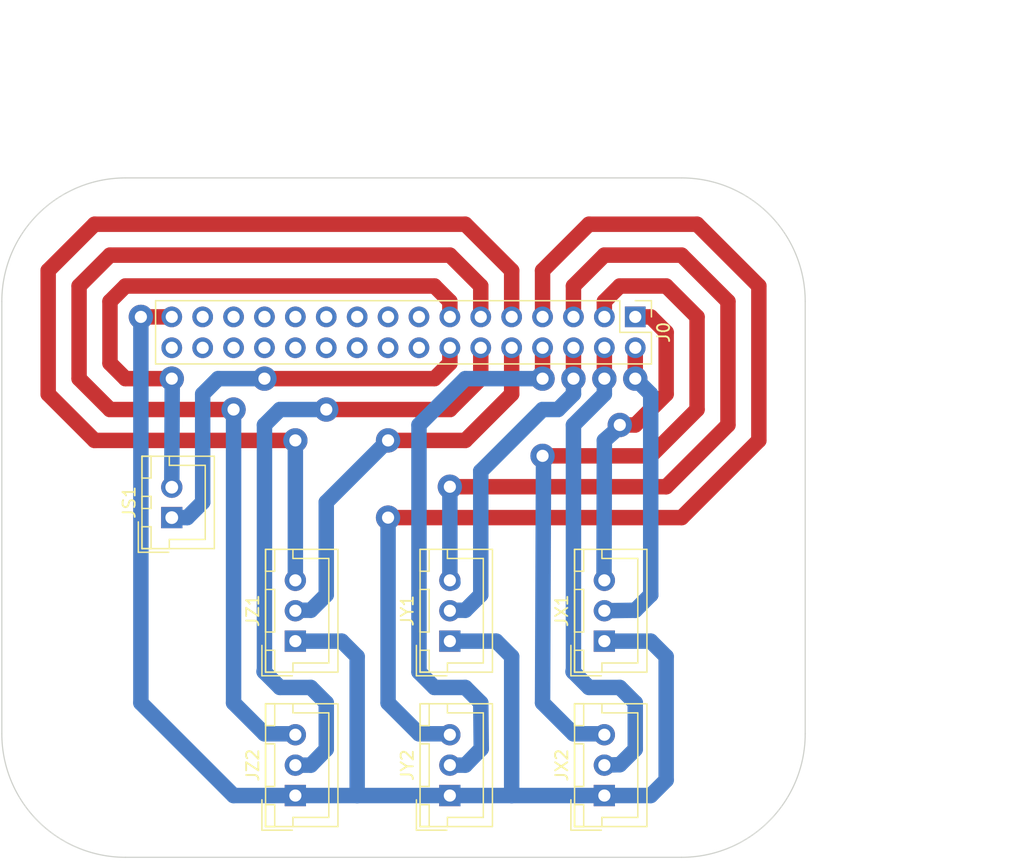
<source format=kicad_pcb>

(kicad_pcb
  (version 4)
  (host pcbnew 4.0.6-e0-6349~52~ubuntu16.10.1)
  (general
    (links 20)
    (no_connects 0)
    (area 124.5 39.21 214.86 111.72)
    (thickness 1.6)
    (drawings 16)
    (tracks 201)
    (zones 0)
    (modules 8)
    (nets 16))
  (page A4)
  (title_block
    (date "jeu. 02 avril 2015"))
  (layers
    (0 F.Cu signal)
    (31 B.Cu signal)
    (32 B.Adhes user)
    (33 F.Adhes user)
    (34 B.Paste user)
    (35 F.Paste user)
    (36 B.SilkS user)
    (37 F.SilkS user)
    (38 B.Mask user)
    (39 F.Mask user)
    (40 Dwgs.User user)
    (41 Cmts.User user)
    (42 Eco1.User user)
    (43 Eco2.User user)
    (44 Edge.Cuts user)
    (45 Margin user)
    (46 B.CrtYd user)
    (47 F.CrtYd user)
    (48 B.Fab user)
    (49 F.Fab user))
  (setup
    (last_trace_width 1.27)
    (trace_clearance 0.4)
    (zone_clearance 0.508)
    (zone_45_only yes)
    (trace_min 0.2)
    (segment_width 0.15)
    (edge_width 0.1)
    (via_size 2)
    (via_drill 1)
    (via_min_size 0.4)
    (via_min_drill 0.3)
    (uvia_size 0.3)
    (uvia_drill 0.1)
    (uvias_allowed no)
    (uvia_min_size 0.2)
    (uvia_min_drill 0.1)
    (pcb_text_width 0.3)
    (pcb_text_size 1.5 1.5)
    (mod_edge_width 0.15)
    (mod_text_size 1 1)
    (mod_text_width 0.15)
    (pad_size 1.5 1.5)
    (pad_drill 0.6)
    (pad_to_mask_clearance 0)
    (aux_axis_origin 160.02 81.28)
    (grid_origin 160.02 81.28)
    (visible_elements FFFFFFFF)
    (pcbplotparams
      (layerselection 0x0f0f0_80000001)
      (usegerberextensions false)
      (excludeedgelayer true)
      (linewidth 0.1)
      (plotframeref false)
      (viasonmask true)
      (mode 1)
      (useauxorigin true)
      (hpglpennumber 1)
      (hpglpenspeed 20)
      (hpglpendiameter 15)
      (hpglpenoverlay 2)
      (psnegative false)
      (psa4output false)
      (plotreference true)
      (plotvalue true)
      (plotinvisibletext false)
      (padsonsilk false)
      (subtractmaskfromsilk false)
      (outputformat 1)
      (mirror false)
      (drillshape 0)
      (scaleselection 1)
      (outputdirectory Gerber/)))
  (net 0 "")
  (net 1 "Net-(J0-Pad1)")
  (net 2 "Net-(J0-Pad2)")
  (net 3 "Net-(J0-Pad3)")
  (net 4 "Net-(J0-Pad4)")
  (net 5 "Net-(J0-Pad5)")
  (net 6 "Net-(J0-Pad6)")
  (net 7 "Net-(J0-Pad7)")
  (net 8 "Net-(J0-Pad8)")
  (net 9 "Net-(J0-Pad9)")
  (net 10 "Net-(J0-Pad10)")
  (net 11 "Net-(J0-Pad11)")
  (net 12 "Net-(J0-Pad12)")
  (net 13 "Net-(J0-Pad13)")
  (net 14 "Net-(J0-Pad14)")
  (net 15 "Net-(J0-Pad31)")
  (net_class Default "This is the default net class."
    (clearance 0.4)
    (trace_width 1.27)
    (via_dia 2)
    (via_drill 1)
    (uvia_dia 0.3)
    (uvia_drill 0.1)
    (add_net "Net-(J0-Pad1)")
    (add_net "Net-(J0-Pad10)")
    (add_net "Net-(J0-Pad11)")
    (add_net "Net-(J0-Pad12)")
    (add_net "Net-(J0-Pad13)")
    (add_net "Net-(J0-Pad14)")
    (add_net "Net-(J0-Pad2)")
    (add_net "Net-(J0-Pad3)")
    (add_net "Net-(J0-Pad31)")
    (add_net "Net-(J0-Pad4)")
    (add_net "Net-(J0-Pad5)")
    (add_net "Net-(J0-Pad6)")
    (add_net "Net-(J0-Pad7)")
    (add_net "Net-(J0-Pad8)")
    (add_net "Net-(J0-Pad9)"))
  (module Connectors_JST:JST_XH_B03B-XH-A_03x2.50mm_Straight
    (layer F.Cu)
    (tedit 58EAE7F0)
    (tstamp 593F1B45)
    (at 163.83 91.44 90)
    (descr "JST XH series connector, B03B-XH-A, top entry type, through hole")
    (tags "connector jst xh tht top vertical 2.50mm")
    (path /593EFC90)
    (fp_text reference JY1
      (at 2.5 -3.5 90)
      (layer F.SilkS)
      (effects
        (font
          (size 1 1)
          (thickness 0.15))))
    (fp_text value CONN_01X03_FEMALE
      (at 2.5 4.5 90)
      (layer F.Fab)
      (effects
        (font
          (size 1 1)
          (thickness 0.15))))
    (fp_text user %R
      (at 2.5 2.5 90)
      (layer F.Fab)
      (effects
        (font
          (size 1 1)
          (thickness 0.15))))
    (fp_line
      (start -2.45 -2.35)
      (end -2.45 3.4)
      (layer F.Fab)
      (width 0.1))
    (fp_line
      (start -2.45 3.4)
      (end 7.45 3.4)
      (layer F.Fab)
      (width 0.1))
    (fp_line
      (start 7.45 3.4)
      (end 7.45 -2.35)
      (layer F.Fab)
      (width 0.1))
    (fp_line
      (start 7.45 -2.35)
      (end -2.45 -2.35)
      (layer F.Fab)
      (width 0.1))
    (fp_line
      (start -2.95 -2.85)
      (end -2.95 3.9)
      (layer F.CrtYd)
      (width 0.05))
    (fp_line
      (start -2.95 3.9)
      (end 7.95 3.9)
      (layer F.CrtYd)
      (width 0.05))
    (fp_line
      (start 7.95 3.9)
      (end 7.95 -2.85)
      (layer F.CrtYd)
      (width 0.05))
    (fp_line
      (start 7.95 -2.85)
      (end -2.95 -2.85)
      (layer F.CrtYd)
      (width 0.05))
    (fp_line
      (start -2.55 -2.45)
      (end -2.55 3.5)
      (layer F.SilkS)
      (width 0.12))
    (fp_line
      (start -2.55 3.5)
      (end 7.55 3.5)
      (layer F.SilkS)
      (width 0.12))
    (fp_line
      (start 7.55 3.5)
      (end 7.55 -2.45)
      (layer F.SilkS)
      (width 0.12))
    (fp_line
      (start 7.55 -2.45)
      (end -2.55 -2.45)
      (layer F.SilkS)
      (width 0.12))
    (fp_line
      (start 0.75 -2.45)
      (end 0.75 -1.7)
      (layer F.SilkS)
      (width 0.12))
    (fp_line
      (start 0.75 -1.7)
      (end 4.25 -1.7)
      (layer F.SilkS)
      (width 0.12))
    (fp_line
      (start 4.25 -1.7)
      (end 4.25 -2.45)
      (layer F.SilkS)
      (width 0.12))
    (fp_line
      (start 4.25 -2.45)
      (end 0.75 -2.45)
      (layer F.SilkS)
      (width 0.12))
    (fp_line
      (start -2.55 -2.45)
      (end -2.55 -1.7)
      (layer F.SilkS)
      (width 0.12))
    (fp_line
      (start -2.55 -1.7)
      (end -0.75 -1.7)
      (layer F.SilkS)
      (width 0.12))
    (fp_line
      (start -0.75 -1.7)
      (end -0.75 -2.45)
      (layer F.SilkS)
      (width 0.12))
    (fp_line
      (start -0.75 -2.45)
      (end -2.55 -2.45)
      (layer F.SilkS)
      (width 0.12))
    (fp_line
      (start 5.75 -2.45)
      (end 5.75 -1.7)
      (layer F.SilkS)
      (width 0.12))
    (fp_line
      (start 5.75 -1.7)
      (end 7.55 -1.7)
      (layer F.SilkS)
      (width 0.12))
    (fp_line
      (start 7.55 -1.7)
      (end 7.55 -2.45)
      (layer F.SilkS)
      (width 0.12))
    (fp_line
      (start 7.55 -2.45)
      (end 5.75 -2.45)
      (layer F.SilkS)
      (width 0.12))
    (fp_line
      (start -2.55 -0.2)
      (end -1.8 -0.2)
      (layer F.SilkS)
      (width 0.12))
    (fp_line
      (start -1.8 -0.2)
      (end -1.8 2.75)
      (layer F.SilkS)
      (width 0.12))
    (fp_line
      (start -1.8 2.75)
      (end 2.5 2.75)
      (layer F.SilkS)
      (width 0.12))
    (fp_line
      (start 7.55 -0.2)
      (end 6.8 -0.2)
      (layer F.SilkS)
      (width 0.12))
    (fp_line
      (start 6.8 -0.2)
      (end 6.8 2.75)
      (layer F.SilkS)
      (width 0.12))
    (fp_line
      (start 6.8 2.75)
      (end 2.5 2.75)
      (layer F.SilkS)
      (width 0.12))
    (fp_line
      (start -0.35 -2.75)
      (end -2.85 -2.75)
      (layer F.SilkS)
      (width 0.12))
    (fp_line
      (start -2.85 -2.75)
      (end -2.85 -0.25)
      (layer F.SilkS)
      (width 0.12))
    (fp_line
      (start -0.35 -2.75)
      (end -2.85 -2.75)
      (layer F.Fab)
      (width 0.1))
    (fp_line
      (start -2.85 -2.75)
      (end -2.85 -0.25)
      (layer F.Fab)
      (width 0.1))
    (pad 1 thru_hole rect
      (at 0 0 90)
      (size 1.75 1.75)
      (drill 1)
      (layers *.Cu *.Mask)
      (net 15 "Net-(J0-Pad31)"))
    (pad 2 thru_hole circle
      (at 2.5 0 90)
      (size 1.75 1.75)
      (drill 1)
      (layers *.Cu *.Mask)
      (net 6 "Net-(J0-Pad6)"))
    (pad 3 thru_hole circle
      (at 5 0 90)
      (size 1.75 1.75)
      (drill 1)
      (layers *.Cu *.Mask)
      (net 5 "Net-(J0-Pad5)"))
    (model Connectors_JST.3dshapes/JST_XH_B03B-XH-A_03x2.50mm_Straight.wrl
      (at
        (xyz 0 0 0))
      (scale
        (xyz 1 1 1))
      (rotate
        (xyz 0 0 0))))
  (module Pin_Headers:Pin_Header_Straight_2x16_Pitch2.54mm
    (layer F.Cu)
    (tedit 58CD4EC6)
    (tstamp 593F1B2A)
    (at 179.07 64.77 270)
    (descr "Through hole straight pin header, 2x16, 2.54mm pitch, double rows")
    (tags "Through hole pin header THT 2x16 2.54mm double row")
    (path /593EF82E)
    (fp_text reference J0
      (at 1.27 -2.33 270)
      (layer F.SilkS)
      (effects
        (font
          (size 1 1)
          (thickness 0.15))))
    (fp_text value CONN_02X16
      (at 1.27 40.43 270)
      (layer F.Fab)
      (effects
        (font
          (size 1 1)
          (thickness 0.15))))
    (fp_text user %R
      (at 1.27 -2.33 270)
      (layer F.Fab)
      (effects
        (font
          (size 1 1)
          (thickness 0.15))))
    (fp_line
      (start -1.27 -1.27)
      (end -1.27 39.37)
      (layer F.Fab)
      (width 0.1))
    (fp_line
      (start -1.27 39.37)
      (end 3.81 39.37)
      (layer F.Fab)
      (width 0.1))
    (fp_line
      (start 3.81 39.37)
      (end 3.81 -1.27)
      (layer F.Fab)
      (width 0.1))
    (fp_line
      (start 3.81 -1.27)
      (end -1.27 -1.27)
      (layer F.Fab)
      (width 0.1))
    (fp_line
      (start -1.33 1.27)
      (end -1.33 39.43)
      (layer F.SilkS)
      (width 0.12))
    (fp_line
      (start -1.33 39.43)
      (end 3.87 39.43)
      (layer F.SilkS)
      (width 0.12))
    (fp_line
      (start 3.87 39.43)
      (end 3.87 -1.33)
      (layer F.SilkS)
      (width 0.12))
    (fp_line
      (start 3.87 -1.33)
      (end 1.27 -1.33)
      (layer F.SilkS)
      (width 0.12))
    (fp_line
      (start 1.27 -1.33)
      (end 1.27 1.27)
      (layer F.SilkS)
      (width 0.12))
    (fp_line
      (start 1.27 1.27)
      (end -1.33 1.27)
      (layer F.SilkS)
      (width 0.12))
    (fp_line
      (start -1.33 0)
      (end -1.33 -1.33)
      (layer F.SilkS)
      (width 0.12))
    (fp_line
      (start -1.33 -1.33)
      (end 0 -1.33)
      (layer F.SilkS)
      (width 0.12))
    (fp_line
      (start -1.8 -1.8)
      (end -1.8 39.9)
      (layer F.CrtYd)
      (width 0.05))
    (fp_line
      (start -1.8 39.9)
      (end 4.35 39.9)
      (layer F.CrtYd)
      (width 0.05))
    (fp_line
      (start 4.35 39.9)
      (end 4.35 -1.8)
      (layer F.CrtYd)
      (width 0.05))
    (fp_line
      (start 4.35 -1.8)
      (end -1.8 -1.8)
      (layer F.CrtYd)
      (width 0.05))
    (pad 1 thru_hole rect
      (at 0 0 270)
      (size 1.7 1.7)
      (drill 1)
      (layers *.Cu *.Mask)
      (net 1 "Net-(J0-Pad1)"))
    (pad 2 thru_hole oval
      (at 2.54 0 270)
      (size 1.7 1.7)
      (drill 1)
      (layers *.Cu *.Mask)
      (net 2 "Net-(J0-Pad2)"))
    (pad 3 thru_hole oval
      (at 0 2.54 270)
      (size 1.7 1.7)
      (drill 1)
      (layers *.Cu *.Mask)
      (net 3 "Net-(J0-Pad3)"))
    (pad 4 thru_hole oval
      (at 2.54 2.54 270)
      (size 1.7 1.7)
      (drill 1)
      (layers *.Cu *.Mask)
      (net 4 "Net-(J0-Pad4)"))
    (pad 5 thru_hole oval
      (at 0 5.08 270)
      (size 1.7 1.7)
      (drill 1)
      (layers *.Cu *.Mask)
      (net 5 "Net-(J0-Pad5)"))
    (pad 6 thru_hole oval
      (at 2.54 5.08 270)
      (size 1.7 1.7)
      (drill 1)
      (layers *.Cu *.Mask)
      (net 6 "Net-(J0-Pad6)"))
    (pad 7 thru_hole oval
      (at 0 7.62 270)
      (size 1.7 1.7)
      (drill 1)
      (layers *.Cu *.Mask)
      (net 7 "Net-(J0-Pad7)"))
    (pad 8 thru_hole oval
      (at 2.54 7.62 270)
      (size 1.7 1.7)
      (drill 1)
      (layers *.Cu *.Mask)
      (net 8 "Net-(J0-Pad8)"))
    (pad 9 thru_hole oval
      (at 0 10.16 270)
      (size 1.7 1.7)
      (drill 1)
      (layers *.Cu *.Mask)
      (net 9 "Net-(J0-Pad9)"))
    (pad 10 thru_hole oval
      (at 2.54 10.16 270)
      (size 1.7 1.7)
      (drill 1)
      (layers *.Cu *.Mask)
      (net 10 "Net-(J0-Pad10)"))
    (pad 11 thru_hole oval
      (at 0 12.7 270)
      (size 1.7 1.7)
      (drill 1)
      (layers *.Cu *.Mask)
      (net 11 "Net-(J0-Pad11)"))
    (pad 12 thru_hole oval
      (at 2.54 12.7 270)
      (size 1.7 1.7)
      (drill 1)
      (layers *.Cu *.Mask)
      (net 12 "Net-(J0-Pad12)"))
    (pad 13 thru_hole oval
      (at 0 15.24 270)
      (size 1.7 1.7)
      (drill 1)
      (layers *.Cu *.Mask)
      (net 13 "Net-(J0-Pad13)"))
    (pad 14 thru_hole oval
      (at 2.54 15.24 270)
      (size 1.7 1.7)
      (drill 1)
      (layers *.Cu *.Mask)
      (net 14 "Net-(J0-Pad14)"))
    (pad 15 thru_hole oval
      (at 0 17.78 270)
      (size 1.7 1.7)
      (drill 1)
      (layers *.Cu *.Mask))
    (pad 16 thru_hole oval
      (at 2.54 17.78 270)
      (size 1.7 1.7)
      (drill 1)
      (layers *.Cu *.Mask))
    (pad 17 thru_hole oval
      (at 0 20.32 270)
      (size 1.7 1.7)
      (drill 1)
      (layers *.Cu *.Mask))
    (pad 18 thru_hole oval
      (at 2.54 20.32 270)
      (size 1.7 1.7)
      (drill 1)
      (layers *.Cu *.Mask))
    (pad 19 thru_hole oval
      (at 0 22.86 270)
      (size 1.7 1.7)
      (drill 1)
      (layers *.Cu *.Mask))
    (pad 20 thru_hole oval
      (at 2.54 22.86 270)
      (size 1.7 1.7)
      (drill 1)
      (layers *.Cu *.Mask))
    (pad 21 thru_hole oval
      (at 0 25.4 270)
      (size 1.7 1.7)
      (drill 1)
      (layers *.Cu *.Mask))
    (pad 22 thru_hole oval
      (at 2.54 25.4 270)
      (size 1.7 1.7)
      (drill 1)
      (layers *.Cu *.Mask))
    (pad 23 thru_hole oval
      (at 0 27.94 270)
      (size 1.7 1.7)
      (drill 1)
      (layers *.Cu *.Mask))
    (pad 24 thru_hole oval
      (at 2.54 27.94 270)
      (size 1.7 1.7)
      (drill 1)
      (layers *.Cu *.Mask))
    (pad 25 thru_hole oval
      (at 0 30.48 270)
      (size 1.7 1.7)
      (drill 1)
      (layers *.Cu *.Mask))
    (pad 26 thru_hole oval
      (at 2.54 30.48 270)
      (size 1.7 1.7)
      (drill 1)
      (layers *.Cu *.Mask))
    (pad 27 thru_hole oval
      (at 0 33.02 270)
      (size 1.7 1.7)
      (drill 1)
      (layers *.Cu *.Mask))
    (pad 28 thru_hole oval
      (at 2.54 33.02 270)
      (size 1.7 1.7)
      (drill 1)
      (layers *.Cu *.Mask))
    (pad 29 thru_hole oval
      (at 0 35.56 270)
      (size 1.7 1.7)
      (drill 1)
      (layers *.Cu *.Mask))
    (pad 30 thru_hole oval
      (at 2.54 35.56 270)
      (size 1.7 1.7)
      (drill 1)
      (layers *.Cu *.Mask))
    (pad 31 thru_hole oval
      (at 0 38.1 270)
      (size 1.7 1.7)
      (drill 1)
      (layers *.Cu *.Mask)
      (net 15 "Net-(J0-Pad31)"))
    (pad 32 thru_hole oval
      (at 2.54 38.1 270)
      (size 1.7 1.7)
      (drill 1)
      (layers *.Cu *.Mask))
    (model ${KISYS3DMOD}/Pin_Headers.3dshapes/Pin_Header_Straight_2x16_Pitch2.54mm.wrl
      (at
        (xyz 0.05 -0.75 0))
      (scale
        (xyz 1 1 1))
      (rotate
        (xyz 0 0 90))))
  (module Connectors_JST:JST_XH_B02B-XH-A_02x2.50mm_Straight
    (layer F.Cu)
    (tedit 5957F0CC)
    (tstamp 593F1B30)
    (at 140.97 81.28 90)
    (descr "JST XH series connector, B02B-XH-A, top entry type, through hole")
    (tags "connector jst xh tht top vertical 2.50mm")
    (path /593EFBD8)
    (fp_text reference JS1
      (at 1.25 -3.5 90)
      (layer F.SilkS)
      (effects
        (font
          (size 1 1)
          (thickness 0.15))))
    (fp_text value CONN_01X02_FEMALE
      (at 1.25 4.5 180)
      (layer F.Fab)
      (effects
        (font
          (size 1 1)
          (thickness 0.15))))
    (fp_text user %R
      (at 1.25 2.5 90)
      (layer F.Fab)
      (effects
        (font
          (size 1 1)
          (thickness 0.15))))
    (fp_line
      (start -2.45 -2.35)
      (end -2.45 3.4)
      (layer F.Fab)
      (width 0.1))
    (fp_line
      (start -2.45 3.4)
      (end 4.95 3.4)
      (layer F.Fab)
      (width 0.1))
    (fp_line
      (start 4.95 3.4)
      (end 4.95 -2.35)
      (layer F.Fab)
      (width 0.1))
    (fp_line
      (start 4.95 -2.35)
      (end -2.45 -2.35)
      (layer F.Fab)
      (width 0.1))
    (fp_line
      (start -2.95 -2.85)
      (end -2.95 3.9)
      (layer F.CrtYd)
      (width 0.05))
    (fp_line
      (start -2.95 3.9)
      (end 5.45 3.9)
      (layer F.CrtYd)
      (width 0.05))
    (fp_line
      (start 5.45 3.9)
      (end 5.45 -2.85)
      (layer F.CrtYd)
      (width 0.05))
    (fp_line
      (start 5.45 -2.85)
      (end -2.95 -2.85)
      (layer F.CrtYd)
      (width 0.05))
    (fp_line
      (start -2.55 -2.45)
      (end -2.55 3.5)
      (layer F.SilkS)
      (width 0.12))
    (fp_line
      (start -2.55 3.5)
      (end 5.05 3.5)
      (layer F.SilkS)
      (width 0.12))
    (fp_line
      (start 5.05 3.5)
      (end 5.05 -2.45)
      (layer F.SilkS)
      (width 0.12))
    (fp_line
      (start 5.05 -2.45)
      (end -2.55 -2.45)
      (layer F.SilkS)
      (width 0.12))
    (fp_line
      (start 0.75 -2.45)
      (end 0.75 -1.7)
      (layer F.SilkS)
      (width 0.12))
    (fp_line
      (start 0.75 -1.7)
      (end 1.75 -1.7)
      (layer F.SilkS)
      (width 0.12))
    (fp_line
      (start 1.75 -1.7)
      (end 1.75 -2.45)
      (layer F.SilkS)
      (width 0.12))
    (fp_line
      (start 1.75 -2.45)
      (end 0.75 -2.45)
      (layer F.SilkS)
      (width 0.12))
    (fp_line
      (start -2.55 -2.45)
      (end -2.55 -1.7)
      (layer F.SilkS)
      (width 0.12))
    (fp_line
      (start -2.55 -1.7)
      (end -0.75 -1.7)
      (layer F.SilkS)
      (width 0.12))
    (fp_line
      (start -0.75 -1.7)
      (end -0.75 -2.45)
      (layer F.SilkS)
      (width 0.12))
    (fp_line
      (start -0.75 -2.45)
      (end -2.55 -2.45)
      (layer F.SilkS)
      (width 0.12))
    (fp_line
      (start 3.25 -2.45)
      (end 3.25 -1.7)
      (layer F.SilkS)
      (width 0.12))
    (fp_line
      (start 3.25 -1.7)
      (end 5.05 -1.7)
      (layer F.SilkS)
      (width 0.12))
    (fp_line
      (start 5.05 -1.7)
      (end 5.05 -2.45)
      (layer F.SilkS)
      (width 0.12))
    (fp_line
      (start 5.05 -2.45)
      (end 3.25 -2.45)
      (layer F.SilkS)
      (width 0.12))
    (fp_line
      (start -2.55 -0.2)
      (end -1.8 -0.2)
      (layer F.SilkS)
      (width 0.12))
    (fp_line
      (start -1.8 -0.2)
      (end -1.8 2.75)
      (layer F.SilkS)
      (width 0.12))
    (fp_line
      (start -1.8 2.75)
      (end 1.25 2.75)
      (layer F.SilkS)
      (width 0.12))
    (fp_line
      (start 5.05 -0.2)
      (end 4.3 -0.2)
      (layer F.SilkS)
      (width 0.12))
    (fp_line
      (start 4.3 -0.2)
      (end 4.3 2.75)
      (layer F.SilkS)
      (width 0.12))
    (fp_line
      (start 4.3 2.75)
      (end 1.25 2.75)
      (layer F.SilkS)
      (width 0.12))
    (fp_line
      (start -0.35 -2.75)
      (end -2.85 -2.75)
      (layer F.SilkS)
      (width 0.12))
    (fp_line
      (start -2.85 -2.75)
      (end -2.85 -0.25)
      (layer F.SilkS)
      (width 0.12))
    (fp_line
      (start -0.35 -2.75)
      (end -2.85 -2.75)
      (layer F.Fab)
      (width 0.1))
    (fp_line
      (start -2.85 -2.75)
      (end -2.85 -0.25)
      (layer F.Fab)
      (width 0.1))
    (pad 1 thru_hole rect
      (at 0 0 90)
      (size 1.75 1.75)
      (drill 1.05)
      (layers *.Cu *.Mask)
      (net 14 "Net-(J0-Pad14)"))
    (pad 2 thru_hole circle
      (at 2.5 0 90)
      (size 1.75 1.75)
      (drill 1.05)
      (layers *.Cu *.Mask)
      (net 13 "Net-(J0-Pad13)"))
    (model Connectors_JST.3dshapes/JST_XH_B02B-XH-A_02x2.50mm_Straight.wrl
      (at
        (xyz 0 0 0))
      (scale
        (xyz 1 1 1))
      (rotate
        (xyz 0 0 0))))
  (module Connectors_JST:JST_XH_B03B-XH-A_03x2.50mm_Straight
    (layer F.Cu)
    (tedit 5959850000.0)
    (tstamp 593F1B37)
    (at 176.53 91.44 90)
    (descr "JST XH series connector, B03B-XH-A, top entry type, through hole")
    (tags "connector jst xh tht top vertical 2.50mm")
    (path /593EFD18)
    (fp_text reference JX1
      (at 2.5 -3.5 90)
      (layer F.SilkS)
      (effects
        (font
          (size 1 1)
          (thickness 0.15))))
    (fp_text value CONN_01X03_FEMALE
      (at 2.5 4.5 90)
      (layer F.Fab)
      (effects
        (font
          (size 1 1)
          (thickness 0.15))))
    (fp_text user %R
      (at 2.5 2.5 180)
      (layer F.Fab)
      (effects
        (font
          (size 1 1)
          (thickness 0.15))))
    (fp_line
      (start -2.45 -2.35)
      (end -2.45 3.4)
      (layer F.Fab)
      (width 0.1))
    (fp_line
      (start -2.45 3.4)
      (end 7.45 3.4)
      (layer F.Fab)
      (width 0.1))
    (fp_line
      (start 7.45 3.4)
      (end 7.45 -2.35)
      (layer F.Fab)
      (width 0.1))
    (fp_line
      (start 7.45 -2.35)
      (end -2.45 -2.35)
      (layer F.Fab)
      (width 0.1))
    (fp_line
      (start -2.95 -2.85)
      (end -2.95 3.9)
      (layer F.CrtYd)
      (width 0.05))
    (fp_line
      (start -2.95 3.9)
      (end 7.95 3.9)
      (layer F.CrtYd)
      (width 0.05))
    (fp_line
      (start 7.95 3.9)
      (end 7.95 -2.85)
      (layer F.CrtYd)
      (width 0.05))
    (fp_line
      (start 7.95 -2.85)
      (end -2.95 -2.85)
      (layer F.CrtYd)
      (width 0.05))
    (fp_line
      (start -2.55 -2.45)
      (end -2.55 3.5)
      (layer F.SilkS)
      (width 0.12))
    (fp_line
      (start -2.55 3.5)
      (end 7.55 3.5)
      (layer F.SilkS)
      (width 0.12))
    (fp_line
      (start 7.55 3.5)
      (end 7.55 -2.45)
      (layer F.SilkS)
      (width 0.12))
    (fp_line
      (start 7.55 -2.45)
      (end -2.55 -2.45)
      (layer F.SilkS)
      (width 0.12))
    (fp_line
      (start 0.75 -2.45)
      (end 0.75 -1.7)
      (layer F.SilkS)
      (width 0.12))
    (fp_line
      (start 0.75 -1.7)
      (end 4.25 -1.7)
      (layer F.SilkS)
      (width 0.12))
    (fp_line
      (start 4.25 -1.7)
      (end 4.25 -2.45)
      (layer F.SilkS)
      (width 0.12))
    (fp_line
      (start 4.25 -2.45)
      (end 0.75 -2.45)
      (layer F.SilkS)
      (width 0.12))
    (fp_line
      (start -2.55 -2.45)
      (end -2.55 -1.7)
      (layer F.SilkS)
      (width 0.12))
    (fp_line
      (start -2.55 -1.7)
      (end -0.75 -1.7)
      (layer F.SilkS)
      (width 0.12))
    (fp_line
      (start -0.75 -1.7)
      (end -0.75 -2.45)
      (layer F.SilkS)
      (width 0.12))
    (fp_line
      (start -0.75 -2.45)
      (end -2.55 -2.45)
      (layer F.SilkS)
      (width 0.12))
    (fp_line
      (start 5.75 -2.45)
      (end 5.75 -1.7)
      (layer F.SilkS)
      (width 0.12))
    (fp_line
      (start 5.75 -1.7)
      (end 7.55 -1.7)
      (layer F.SilkS)
      (width 0.12))
    (fp_line
      (start 7.55 -1.7)
      (end 7.55 -2.45)
      (layer F.SilkS)
      (width 0.12))
    (fp_line
      (start 7.55 -2.45)
      (end 5.75 -2.45)
      (layer F.SilkS)
      (width 0.12))
    (fp_line
      (start -2.55 -0.2)
      (end -1.8 -0.2)
      (layer F.SilkS)
      (width 0.12))
    (fp_line
      (start -1.8 -0.2)
      (end -1.8 2.75)
      (layer F.SilkS)
      (width 0.12))
    (fp_line
      (start -1.8 2.75)
      (end 2.5 2.75)
      (layer F.SilkS)
      (width 0.12))
    (fp_line
      (start 7.55 -0.2)
      (end 6.8 -0.2)
      (layer F.SilkS)
      (width 0.12))
    (fp_line
      (start 6.8 -0.2)
      (end 6.8 2.75)
      (layer F.SilkS)
      (width 0.12))
    (fp_line
      (start 6.8 2.75)
      (end 2.5 2.75)
      (layer F.SilkS)
      (width 0.12))
    (fp_line
      (start -0.35 -2.75)
      (end -2.85 -2.75)
      (layer F.SilkS)
      (width 0.12))
    (fp_line
      (start -2.85 -2.75)
      (end -2.85 -0.25)
      (layer F.SilkS)
      (width 0.12))
    (fp_line
      (start -0.35 -2.75)
      (end -2.85 -2.75)
      (layer F.Fab)
      (width 0.1))
    (fp_line
      (start -2.85 -2.75)
      (end -2.85 -0.25)
      (layer F.Fab)
      (width 0.1))
    (pad 1 thru_hole rect
      (at 0 0 90)
      (size 1.75 1.75)
      (drill 1)
      (layers *.Cu *.Mask)
      (net 15 "Net-(J0-Pad31)"))
    (pad 2 thru_hole circle
      (at 2.5 0 90)
      (size 1.75 1.75)
      (drill 1)
      (layers *.Cu *.Mask)
      (net 2 "Net-(J0-Pad2)"))
    (pad 3 thru_hole circle
      (at 5 0 90)
      (size 1.75 1.75)
      (drill 1)
      (layers *.Cu *.Mask)
      (net 1 "Net-(J0-Pad1)"))
    (model Connectors_JST.3dshapes/JST_XH_B03B-XH-A_03x2.50mm_Straight.wrl
      (at
        (xyz 0 0 0))
      (scale
        (xyz 1 1 1))
      (rotate
        (xyz 0 0 0))))
  (module Connectors_JST:JST_XH_B03B-XH-A_03x2.50mm_Straight
    (layer F.Cu)
    (tedit 58EAE7F0)
    (tstamp 593F1B3E)
    (at 176.53 104.14 90)
    (descr "JST XH series connector, B03B-XH-A, top entry type, through hole")
    (tags "connector jst xh tht top vertical 2.50mm")
    (path /593EFCF5)
    (fp_text reference JX2
      (at 2.5 -3.5 90)
      (layer F.SilkS)
      (effects
        (font
          (size 1 1)
          (thickness 0.15))))
    (fp_text value CONN_01X03_FEMALE
      (at 2.5 4.5 90)
      (layer F.Fab)
      (effects
        (font
          (size 1 1)
          (thickness 0.15))))
    (fp_text user %R
      (at 2.5 2.5 90)
      (layer F.Fab)
      (effects
        (font
          (size 1 1)
          (thickness 0.15))))
    (fp_line
      (start -2.45 -2.35)
      (end -2.45 3.4)
      (layer F.Fab)
      (width 0.1))
    (fp_line
      (start -2.45 3.4)
      (end 7.45 3.4)
      (layer F.Fab)
      (width 0.1))
    (fp_line
      (start 7.45 3.4)
      (end 7.45 -2.35)
      (layer F.Fab)
      (width 0.1))
    (fp_line
      (start 7.45 -2.35)
      (end -2.45 -2.35)
      (layer F.Fab)
      (width 0.1))
    (fp_line
      (start -2.95 -2.85)
      (end -2.95 3.9)
      (layer F.CrtYd)
      (width 0.05))
    (fp_line
      (start -2.95 3.9)
      (end 7.95 3.9)
      (layer F.CrtYd)
      (width 0.05))
    (fp_line
      (start 7.95 3.9)
      (end 7.95 -2.85)
      (layer F.CrtYd)
      (width 0.05))
    (fp_line
      (start 7.95 -2.85)
      (end -2.95 -2.85)
      (layer F.CrtYd)
      (width 0.05))
    (fp_line
      (start -2.55 -2.45)
      (end -2.55 3.5)
      (layer F.SilkS)
      (width 0.12))
    (fp_line
      (start -2.55 3.5)
      (end 7.55 3.5)
      (layer F.SilkS)
      (width 0.12))
    (fp_line
      (start 7.55 3.5)
      (end 7.55 -2.45)
      (layer F.SilkS)
      (width 0.12))
    (fp_line
      (start 7.55 -2.45)
      (end -2.55 -2.45)
      (layer F.SilkS)
      (width 0.12))
    (fp_line
      (start 0.75 -2.45)
      (end 0.75 -1.7)
      (layer F.SilkS)
      (width 0.12))
    (fp_line
      (start 0.75 -1.7)
      (end 4.25 -1.7)
      (layer F.SilkS)
      (width 0.12))
    (fp_line
      (start 4.25 -1.7)
      (end 4.25 -2.45)
      (layer F.SilkS)
      (width 0.12))
    (fp_line
      (start 4.25 -2.45)
      (end 0.75 -2.45)
      (layer F.SilkS)
      (width 0.12))
    (fp_line
      (start -2.55 -2.45)
      (end -2.55 -1.7)
      (layer F.SilkS)
      (width 0.12))
    (fp_line
      (start -2.55 -1.7)
      (end -0.75 -1.7)
      (layer F.SilkS)
      (width 0.12))
    (fp_line
      (start -0.75 -1.7)
      (end -0.75 -2.45)
      (layer F.SilkS)
      (width 0.12))
    (fp_line
      (start -0.75 -2.45)
      (end -2.55 -2.45)
      (layer F.SilkS)
      (width 0.12))
    (fp_line
      (start 5.75 -2.45)
      (end 5.75 -1.7)
      (layer F.SilkS)
      (width 0.12))
    (fp_line
      (start 5.75 -1.7)
      (end 7.55 -1.7)
      (layer F.SilkS)
      (width 0.12))
    (fp_line
      (start 7.55 -1.7)
      (end 7.55 -2.45)
      (layer F.SilkS)
      (width 0.12))
    (fp_line
      (start 7.55 -2.45)
      (end 5.75 -2.45)
      (layer F.SilkS)
      (width 0.12))
    (fp_line
      (start -2.55 -0.2)
      (end -1.8 -0.2)
      (layer F.SilkS)
      (width 0.12))
    (fp_line
      (start -1.8 -0.2)
      (end -1.8 2.75)
      (layer F.SilkS)
      (width 0.12))
    (fp_line
      (start -1.8 2.75)
      (end 2.5 2.75)
      (layer F.SilkS)
      (width 0.12))
    (fp_line
      (start 7.55 -0.2)
      (end 6.8 -0.2)
      (layer F.SilkS)
      (width 0.12))
    (fp_line
      (start 6.8 -0.2)
      (end 6.8 2.75)
      (layer F.SilkS)
      (width 0.12))
    (fp_line
      (start 6.8 2.75)
      (end 2.5 2.75)
      (layer F.SilkS)
      (width 0.12))
    (fp_line
      (start -0.35 -2.75)
      (end -2.85 -2.75)
      (layer F.SilkS)
      (width 0.12))
    (fp_line
      (start -2.85 -2.75)
      (end -2.85 -0.25)
      (layer F.SilkS)
      (width 0.12))
    (fp_line
      (start -0.35 -2.75)
      (end -2.85 -2.75)
      (layer F.Fab)
      (width 0.1))
    (fp_line
      (start -2.85 -2.75)
      (end -2.85 -0.25)
      (layer F.Fab)
      (width 0.1))
    (pad 1 thru_hole rect
      (at 0 0 90)
      (size 1.75 1.75)
      (drill 1)
      (layers *.Cu *.Mask)
      (net 15 "Net-(J0-Pad31)"))
    (pad 2 thru_hole circle
      (at 2.5 0 90)
      (size 1.75 1.75)
      (drill 1)
      (layers *.Cu *.Mask)
      (net 4 "Net-(J0-Pad4)"))
    (pad 3 thru_hole circle
      (at 5 0 90)
      (size 1.75 1.75)
      (drill 1)
      (layers *.Cu *.Mask)
      (net 3 "Net-(J0-Pad3)"))
    (model Connectors_JST.3dshapes/JST_XH_B03B-XH-A_03x2.50mm_Straight.wrl
      (at
        (xyz 0 0 0))
      (scale
        (xyz 1 1 1))
      (rotate
        (xyz 0 0 0))))
  (module Connectors_JST:JST_XH_B03B-XH-A_03x2.50mm_Straight
    (layer F.Cu)
    (tedit 58EAE7F0)
    (tstamp 593F1B4C)
    (at 163.83 104.14 90)
    (descr "JST XH series connector, B03B-XH-A, top entry type, through hole")
    (tags "connector jst xh tht top vertical 2.50mm")
    (path /593EFA99)
    (fp_text reference JY2
      (at 2.5 -3.5 90)
      (layer F.SilkS)
      (effects
        (font
          (size 1 1)
          (thickness 0.15))))
    (fp_text value CONN_01X03_FEMALE
      (at 2.5 4.5 90)
      (layer F.Fab)
      (effects
        (font
          (size 1 1)
          (thickness 0.15))))
    (fp_text user %R
      (at 2.5 2.5 90)
      (layer F.Fab)
      (effects
        (font
          (size 1 1)
          (thickness 0.15))))
    (fp_line
      (start -2.45 -2.35)
      (end -2.45 3.4)
      (layer F.Fab)
      (width 0.1))
    (fp_line
      (start -2.45 3.4)
      (end 7.45 3.4)
      (layer F.Fab)
      (width 0.1))
    (fp_line
      (start 7.45 3.4)
      (end 7.45 -2.35)
      (layer F.Fab)
      (width 0.1))
    (fp_line
      (start 7.45 -2.35)
      (end -2.45 -2.35)
      (layer F.Fab)
      (width 0.1))
    (fp_line
      (start -2.95 -2.85)
      (end -2.95 3.9)
      (layer F.CrtYd)
      (width 0.05))
    (fp_line
      (start -2.95 3.9)
      (end 7.95 3.9)
      (layer F.CrtYd)
      (width 0.05))
    (fp_line
      (start 7.95 3.9)
      (end 7.95 -2.85)
      (layer F.CrtYd)
      (width 0.05))
    (fp_line
      (start 7.95 -2.85)
      (end -2.95 -2.85)
      (layer F.CrtYd)
      (width 0.05))
    (fp_line
      (start -2.55 -2.45)
      (end -2.55 3.5)
      (layer F.SilkS)
      (width 0.12))
    (fp_line
      (start -2.55 3.5)
      (end 7.55 3.5)
      (layer F.SilkS)
      (width 0.12))
    (fp_line
      (start 7.55 3.5)
      (end 7.55 -2.45)
      (layer F.SilkS)
      (width 0.12))
    (fp_line
      (start 7.55 -2.45)
      (end -2.55 -2.45)
      (layer F.SilkS)
      (width 0.12))
    (fp_line
      (start 0.75 -2.45)
      (end 0.75 -1.7)
      (layer F.SilkS)
      (width 0.12))
    (fp_line
      (start 0.75 -1.7)
      (end 4.25 -1.7)
      (layer F.SilkS)
      (width 0.12))
    (fp_line
      (start 4.25 -1.7)
      (end 4.25 -2.45)
      (layer F.SilkS)
      (width 0.12))
    (fp_line
      (start 4.25 -2.45)
      (end 0.75 -2.45)
      (layer F.SilkS)
      (width 0.12))
    (fp_line
      (start -2.55 -2.45)
      (end -2.55 -1.7)
      (layer F.SilkS)
      (width 0.12))
    (fp_line
      (start -2.55 -1.7)
      (end -0.75 -1.7)
      (layer F.SilkS)
      (width 0.12))
    (fp_line
      (start -0.75 -1.7)
      (end -0.75 -2.45)
      (layer F.SilkS)
      (width 0.12))
    (fp_line
      (start -0.75 -2.45)
      (end -2.55 -2.45)
      (layer F.SilkS)
      (width 0.12))
    (fp_line
      (start 5.75 -2.45)
      (end 5.75 -1.7)
      (layer F.SilkS)
      (width 0.12))
    (fp_line
      (start 5.75 -1.7)
      (end 7.55 -1.7)
      (layer F.SilkS)
      (width 0.12))
    (fp_line
      (start 7.55 -1.7)
      (end 7.55 -2.45)
      (layer F.SilkS)
      (width 0.12))
    (fp_line
      (start 7.55 -2.45)
      (end 5.75 -2.45)
      (layer F.SilkS)
      (width 0.12))
    (fp_line
      (start -2.55 -0.2)
      (end -1.8 -0.2)
      (layer F.SilkS)
      (width 0.12))
    (fp_line
      (start -1.8 -0.2)
      (end -1.8 2.75)
      (layer F.SilkS)
      (width 0.12))
    (fp_line
      (start -1.8 2.75)
      (end 2.5 2.75)
      (layer F.SilkS)
      (width 0.12))
    (fp_line
      (start 7.55 -0.2)
      (end 6.8 -0.2)
      (layer F.SilkS)
      (width 0.12))
    (fp_line
      (start 6.8 -0.2)
      (end 6.8 2.75)
      (layer F.SilkS)
      (width 0.12))
    (fp_line
      (start 6.8 2.75)
      (end 2.5 2.75)
      (layer F.SilkS)
      (width 0.12))
    (fp_line
      (start -0.35 -2.75)
      (end -2.85 -2.75)
      (layer F.SilkS)
      (width 0.12))
    (fp_line
      (start -2.85 -2.75)
      (end -2.85 -0.25)
      (layer F.SilkS)
      (width 0.12))
    (fp_line
      (start -0.35 -2.75)
      (end -2.85 -2.75)
      (layer F.Fab)
      (width 0.1))
    (fp_line
      (start -2.85 -2.75)
      (end -2.85 -0.25)
      (layer F.Fab)
      (width 0.1))
    (pad 1 thru_hole rect
      (at 0 0 90)
      (size 1.75 1.75)
      (drill 1)
      (layers *.Cu *.Mask)
      (net 15 "Net-(J0-Pad31)"))
    (pad 2 thru_hole circle
      (at 2.5 0 90)
      (size 1.75 1.75)
      (drill 1)
      (layers *.Cu *.Mask)
      (net 8 "Net-(J0-Pad8)"))
    (pad 3 thru_hole circle
      (at 5 0 90)
      (size 1.75 1.75)
      (drill 1)
      (layers *.Cu *.Mask)
      (net 7 "Net-(J0-Pad7)"))
    (model Connectors_JST.3dshapes/JST_XH_B03B-XH-A_03x2.50mm_Straight.wrl
      (at
        (xyz 0 0 0))
      (scale
        (xyz 1 1 1))
      (rotate
        (xyz 0 0 0))))
  (module Connectors_JST:JST_XH_B03B-XH-A_03x2.50mm_Straight
    (layer F.Cu)
    (tedit 58EAE7F0)
    (tstamp 593F1B53)
    (at 151.13 91.44 90)
    (descr "JST XH series connector, B03B-XH-A, top entry type, through hole")
    (tags "connector jst xh tht top vertical 2.50mm")
    (path /593EFB72)
    (fp_text reference JZ1
      (at 2.5 -3.5 90)
      (layer F.SilkS)
      (effects
        (font
          (size 1 1)
          (thickness 0.15))))
    (fp_text value CONN_01X03_FEMALE
      (at 2.5 4.5 90)
      (layer F.Fab)
      (effects
        (font
          (size 1 1)
          (thickness 0.15))))
    (fp_text user %R
      (at 2.5 2.5 90)
      (layer F.Fab)
      (effects
        (font
          (size 1 1)
          (thickness 0.15))))
    (fp_line
      (start -2.45 -2.35)
      (end -2.45 3.4)
      (layer F.Fab)
      (width 0.1))
    (fp_line
      (start -2.45 3.4)
      (end 7.45 3.4)
      (layer F.Fab)
      (width 0.1))
    (fp_line
      (start 7.45 3.4)
      (end 7.45 -2.35)
      (layer F.Fab)
      (width 0.1))
    (fp_line
      (start 7.45 -2.35)
      (end -2.45 -2.35)
      (layer F.Fab)
      (width 0.1))
    (fp_line
      (start -2.95 -2.85)
      (end -2.95 3.9)
      (layer F.CrtYd)
      (width 0.05))
    (fp_line
      (start -2.95 3.9)
      (end 7.95 3.9)
      (layer F.CrtYd)
      (width 0.05))
    (fp_line
      (start 7.95 3.9)
      (end 7.95 -2.85)
      (layer F.CrtYd)
      (width 0.05))
    (fp_line
      (start 7.95 -2.85)
      (end -2.95 -2.85)
      (layer F.CrtYd)
      (width 0.05))
    (fp_line
      (start -2.55 -2.45)
      (end -2.55 3.5)
      (layer F.SilkS)
      (width 0.12))
    (fp_line
      (start -2.55 3.5)
      (end 7.55 3.5)
      (layer F.SilkS)
      (width 0.12))
    (fp_line
      (start 7.55 3.5)
      (end 7.55 -2.45)
      (layer F.SilkS)
      (width 0.12))
    (fp_line
      (start 7.55 -2.45)
      (end -2.55 -2.45)
      (layer F.SilkS)
      (width 0.12))
    (fp_line
      (start 0.75 -2.45)
      (end 0.75 -1.7)
      (layer F.SilkS)
      (width 0.12))
    (fp_line
      (start 0.75 -1.7)
      (end 4.25 -1.7)
      (layer F.SilkS)
      (width 0.12))
    (fp_line
      (start 4.25 -1.7)
      (end 4.25 -2.45)
      (layer F.SilkS)
      (width 0.12))
    (fp_line
      (start 4.25 -2.45)
      (end 0.75 -2.45)
      (layer F.SilkS)
      (width 0.12))
    (fp_line
      (start -2.55 -2.45)
      (end -2.55 -1.7)
      (layer F.SilkS)
      (width 0.12))
    (fp_line
      (start -2.55 -1.7)
      (end -0.75 -1.7)
      (layer F.SilkS)
      (width 0.12))
    (fp_line
      (start -0.75 -1.7)
      (end -0.75 -2.45)
      (layer F.SilkS)
      (width 0.12))
    (fp_line
      (start -0.75 -2.45)
      (end -2.55 -2.45)
      (layer F.SilkS)
      (width 0.12))
    (fp_line
      (start 5.75 -2.45)
      (end 5.75 -1.7)
      (layer F.SilkS)
      (width 0.12))
    (fp_line
      (start 5.75 -1.7)
      (end 7.55 -1.7)
      (layer F.SilkS)
      (width 0.12))
    (fp_line
      (start 7.55 -1.7)
      (end 7.55 -2.45)
      (layer F.SilkS)
      (width 0.12))
    (fp_line
      (start 7.55 -2.45)
      (end 5.75 -2.45)
      (layer F.SilkS)
      (width 0.12))
    (fp_line
      (start -2.55 -0.2)
      (end -1.8 -0.2)
      (layer F.SilkS)
      (width 0.12))
    (fp_line
      (start -1.8 -0.2)
      (end -1.8 2.75)
      (layer F.SilkS)
      (width 0.12))
    (fp_line
      (start -1.8 2.75)
      (end 2.5 2.75)
      (layer F.SilkS)
      (width 0.12))
    (fp_line
      (start 7.55 -0.2)
      (end 6.8 -0.2)
      (layer F.SilkS)
      (width 0.12))
    (fp_line
      (start 6.8 -0.2)
      (end 6.8 2.75)
      (layer F.SilkS)
      (width 0.12))
    (fp_line
      (start 6.8 2.75)
      (end 2.5 2.75)
      (layer F.SilkS)
      (width 0.12))
    (fp_line
      (start -0.35 -2.75)
      (end -2.85 -2.75)
      (layer F.SilkS)
      (width 0.12))
    (fp_line
      (start -2.85 -2.75)
      (end -2.85 -0.25)
      (layer F.SilkS)
      (width 0.12))
    (fp_line
      (start -0.35 -2.75)
      (end -2.85 -2.75)
      (layer F.Fab)
      (width 0.1))
    (fp_line
      (start -2.85 -2.75)
      (end -2.85 -0.25)
      (layer F.Fab)
      (width 0.1))
    (pad 1 thru_hole rect
      (at 0 0 90)
      (size 1.75 1.75)
      (drill 1)
      (layers *.Cu *.Mask)
      (net 15 "Net-(J0-Pad31)"))
    (pad 2 thru_hole circle
      (at 2.5 0 90)
      (size 1.75 1.75)
      (drill 1)
      (layers *.Cu *.Mask)
      (net 10 "Net-(J0-Pad10)"))
    (pad 3 thru_hole circle
      (at 5 0 90)
      (size 1.75 1.75)
      (drill 1)
      (layers *.Cu *.Mask)
      (net 9 "Net-(J0-Pad9)"))
    (model Connectors_JST.3dshapes/JST_XH_B03B-XH-A_03x2.50mm_Straight.wrl
      (at
        (xyz 0 0 0))
      (scale
        (xyz 1 1 1))
      (rotate
        (xyz 0 0 0))))
  (module Connectors_JST:JST_XH_B03B-XH-A_03x2.50mm_Straight
    (layer F.Cu)
    (tedit 58EAE7F0)
    (tstamp 593F1B5A)
    (at 151.13 104.14 90)
    (descr "JST XH series connector, B03B-XH-A, top entry type, through hole")
    (tags "connector jst xh tht top vertical 2.50mm")
    (path /593EFB9D)
    (fp_text reference JZ2
      (at 2.5 -3.5 90)
      (layer F.SilkS)
      (effects
        (font
          (size 1 1)
          (thickness 0.15))))
    (fp_text value CONN_01X03_FEMALE
      (at 2.5 4.5 90)
      (layer F.Fab)
      (effects
        (font
          (size 1 1)
          (thickness 0.15))))
    (fp_text user %R
      (at 2.5 2.5 90)
      (layer F.Fab)
      (effects
        (font
          (size 1 1)
          (thickness 0.15))))
    (fp_line
      (start -2.45 -2.35)
      (end -2.45 3.4)
      (layer F.Fab)
      (width 0.1))
    (fp_line
      (start -2.45 3.4)
      (end 7.45 3.4)
      (layer F.Fab)
      (width 0.1))
    (fp_line
      (start 7.45 3.4)
      (end 7.45 -2.35)
      (layer F.Fab)
      (width 0.1))
    (fp_line
      (start 7.45 -2.35)
      (end -2.45 -2.35)
      (layer F.Fab)
      (width 0.1))
    (fp_line
      (start -2.95 -2.85)
      (end -2.95 3.9)
      (layer F.CrtYd)
      (width 0.05))
    (fp_line
      (start -2.95 3.9)
      (end 7.95 3.9)
      (layer F.CrtYd)
      (width 0.05))
    (fp_line
      (start 7.95 3.9)
      (end 7.95 -2.85)
      (layer F.CrtYd)
      (width 0.05))
    (fp_line
      (start 7.95 -2.85)
      (end -2.95 -2.85)
      (layer F.CrtYd)
      (width 0.05))
    (fp_line
      (start -2.55 -2.45)
      (end -2.55 3.5)
      (layer F.SilkS)
      (width 0.12))
    (fp_line
      (start -2.55 3.5)
      (end 7.55 3.5)
      (layer F.SilkS)
      (width 0.12))
    (fp_line
      (start 7.55 3.5)
      (end 7.55 -2.45)
      (layer F.SilkS)
      (width 0.12))
    (fp_line
      (start 7.55 -2.45)
      (end -2.55 -2.45)
      (layer F.SilkS)
      (width 0.12))
    (fp_line
      (start 0.75 -2.45)
      (end 0.75 -1.7)
      (layer F.SilkS)
      (width 0.12))
    (fp_line
      (start 0.75 -1.7)
      (end 4.25 -1.7)
      (layer F.SilkS)
      (width 0.12))
    (fp_line
      (start 4.25 -1.7)
      (end 4.25 -2.45)
      (layer F.SilkS)
      (width 0.12))
    (fp_line
      (start 4.25 -2.45)
      (end 0.75 -2.45)
      (layer F.SilkS)
      (width 0.12))
    (fp_line
      (start -2.55 -2.45)
      (end -2.55 -1.7)
      (layer F.SilkS)
      (width 0.12))
    (fp_line
      (start -2.55 -1.7)
      (end -0.75 -1.7)
      (layer F.SilkS)
      (width 0.12))
    (fp_line
      (start -0.75 -1.7)
      (end -0.75 -2.45)
      (layer F.SilkS)
      (width 0.12))
    (fp_line
      (start -0.75 -2.45)
      (end -2.55 -2.45)
      (layer F.SilkS)
      (width 0.12))
    (fp_line
      (start 5.75 -2.45)
      (end 5.75 -1.7)
      (layer F.SilkS)
      (width 0.12))
    (fp_line
      (start 5.75 -1.7)
      (end 7.55 -1.7)
      (layer F.SilkS)
      (width 0.12))
    (fp_line
      (start 7.55 -1.7)
      (end 7.55 -2.45)
      (layer F.SilkS)
      (width 0.12))
    (fp_line
      (start 7.55 -2.45)
      (end 5.75 -2.45)
      (layer F.SilkS)
      (width 0.12))
    (fp_line
      (start -2.55 -0.2)
      (end -1.8 -0.2)
      (layer F.SilkS)
      (width 0.12))
    (fp_line
      (start -1.8 -0.2)
      (end -1.8 2.75)
      (layer F.SilkS)
      (width 0.12))
    (fp_line
      (start -1.8 2.75)
      (end 2.5 2.75)
      (layer F.SilkS)
      (width 0.12))
    (fp_line
      (start 7.55 -0.2)
      (end 6.8 -0.2)
      (layer F.SilkS)
      (width 0.12))
    (fp_line
      (start 6.8 -0.2)
      (end 6.8 2.75)
      (layer F.SilkS)
      (width 0.12))
    (fp_line
      (start 6.8 2.75)
      (end 2.5 2.75)
      (layer F.SilkS)
      (width 0.12))
    (fp_line
      (start -0.35 -2.75)
      (end -2.85 -2.75)
      (layer F.SilkS)
      (width 0.12))
    (fp_line
      (start -2.85 -2.75)
      (end -2.85 -0.25)
      (layer F.SilkS)
      (width 0.12))
    (fp_line
      (start -0.35 -2.75)
      (end -2.85 -2.75)
      (layer F.Fab)
      (width 0.1))
    (fp_line
      (start -2.85 -2.75)
      (end -2.85 -0.25)
      (layer F.Fab)
      (width 0.1))
    (pad 1 thru_hole rect
      (at 0 0 90)
      (size 1.75 1.75)
      (drill 1)
      (layers *.Cu *.Mask)
      (net 15 "Net-(J0-Pad31)"))
    (pad 2 thru_hole circle
      (at 2.5 0 90)
      (size 1.75 1.75)
      (drill 1)
      (layers *.Cu *.Mask)
      (net 12 "Net-(J0-Pad12)"))
    (pad 3 thru_hole circle
      (at 5 0 90)
      (size 1.75 1.75)
      (drill 1)
      (layers *.Cu *.Mask)
      (net 11 "Net-(J0-Pad11)"))
    (model Connectors_JST.3dshapes/JST_XH_B03B-XH-A_03x2.50mm_Straight.wrl
      (at
        (xyz 0 0 0))
      (scale
        (xyz 1 1 1))
      (rotate
        (xyz 0 0 0))))
  (dimension 33.02
    (width 0.3)
    (layer B.Mask)
    (gr_text "33.020 mm"
      (at 143.51 40.56)
      (layer B.Mask)
      (effects
        (font
          (size 1.5 1.5)
          (thickness 0.3))))
    (feature1
      (pts
        (xy 160.02 53.34)
        (xy 160.02 39.21)))
    (feature2
      (pts
        (xy 127 53.34)
        (xy 127 39.21)))
    (crossbar
      (pts
        (xy 127 41.91)
        (xy 160.02 41.91)))
    (arrow1a
      (pts
        (xy 160.02 41.91)
        (xy 158.893496 42.496421)))
    (arrow1b
      (pts
        (xy 160.02 41.91)
        (xy 158.893496 41.323579)))
    (arrow2a
      (pts
        (xy 127 41.91)
        (xy 128.126504 42.496421)))
    (arrow2b
      (pts
        (xy 127 41.91)
        (xy 128.126504 41.323579))))
  (dimension 27.94
    (width 0.3)
    (layer B.Mask)
    (gr_text "27.940 mm"
      (at 208.36 95.25 90)
      (layer B.Mask)
      (effects
        (font
          (size 1.5 1.5)
          (thickness 0.3))))
    (feature1
      (pts
        (xy 193.04 81.28)
        (xy 209.71 81.28)))
    (feature2
      (pts
        (xy 193.04 109.22)
        (xy 209.71 109.22)))
    (crossbar
      (pts
        (xy 207.01 109.22)
        (xy 207.01 81.28)))
    (arrow1a
      (pts
        (xy 207.01 81.28)
        (xy 207.596421 82.406504)))
    (arrow1b
      (pts
        (xy 207.01 81.28)
        (xy 206.423579 82.406504)))
    (arrow2a
      (pts
        (xy 207.01 109.22)
        (xy 207.596421 108.093496)))
    (arrow2b
      (pts
        (xy 207.01 109.22)
        (xy 206.423579 108.093496))))
  (dimension 55.88
    (width 0.3)
    (layer Dwgs.User)
    (gr_text "55.880 mm"
      (at 198.2 81.28 270)
      (layer Dwgs.User)
      (effects
        (font
          (size 1.5 1.5)
          (thickness 0.3))))
    (feature1
      (pts
        (xy 193.04 109.22)
        (xy 199.55 109.22)))
    (feature2
      (pts
        (xy 193.04 53.34)
        (xy 199.55 53.34)))
    (crossbar
      (pts
        (xy 196.85 53.34)
        (xy 196.85 109.22)))
    (arrow1a
      (pts
        (xy 196.85 109.22)
        (xy 196.263579 108.093496)))
    (arrow1b
      (pts
        (xy 196.85 109.22)
        (xy 197.436421 108.093496)))
    (arrow2a
      (pts
        (xy 196.85 53.34)
        (xy 196.263579 54.466504)))
    (arrow2b
      (pts
        (xy 196.85 53.34)
        (xy 197.436421 54.466504))))
  (dimension 66.04
    (width 0.3)
    (layer Dwgs.User)
    (gr_text "66.040 mm"
      (at 160.02 48.18)
      (layer Dwgs.User)
      (effects
        (font
          (size 1.5 1.5)
          (thickness 0.3))))
    (feature1
      (pts
        (xy 193.04 53.34)
        (xy 193.04 46.83)))
    (feature2
      (pts
        (xy 127 53.34)
        (xy 127 46.83)))
    (crossbar
      (pts
        (xy 127 49.53)
        (xy 193.04 49.53)))
    (arrow1a
      (pts
        (xy 193.04 49.53)
        (xy 191.913496 50.116421)))
    (arrow1b
      (pts
        (xy 193.04 49.53)
        (xy 191.913496 48.943579)))
    (arrow2a
      (pts
        (xy 127 49.53)
        (xy 128.126504 50.116421)))
    (arrow2b
      (pts
        (xy 127 49.53)
        (xy 128.126504 48.943579))))
  (gr_line
    (start 127 109.22)
    (end 127 53.34)
    (angle 90)
    (layer Margin)
    (width 0.15))
  (gr_line
    (start 193.04 109.22)
    (end 127 109.22)
    (angle 90)
    (layer Margin)
    (width 0.15))
  (gr_line
    (start 193.04 53.34)
    (end 193.04 109.22)
    (angle 90)
    (layer Margin)
    (width 0.15))
  (gr_line
    (start 127 53.34)
    (end 193.04 53.34)
    (angle 90)
    (layer Margin)
    (width 0.15))
  (gr_line
    (start 182.88 109.22)
    (end 137.16 109.22)
    (angle 90)
    (layer Edge.Cuts)
    (width 0.1))
  (gr_line
    (start 137.16 53.34)
    (end 182.88 53.34)
    (angle 90)
    (layer Edge.Cuts)
    (width 0.1))
  (gr_line
    (start 127 99.06)
    (end 127 63.5)
    (angle 90)
    (layer Edge.Cuts)
    (width 0.1))
  (gr_line
    (start 193.04 63.5)
    (end 193.04 99.06)
    (angle 90)
    (layer Edge.Cuts)
    (width 0.1))
  (gr_arc
    (start 137.16 99.06)
    (end 137.16 109.22)
    (angle 90)
    (layer Edge.Cuts)
    (width 0.1))
  (gr_arc
    (start 182.88 99.06)
    (end 193.04 99.06)
    (angle 90)
    (layer Edge.Cuts)
    (width 0.1))
  (gr_arc
    (start 182.88 63.5)
    (end 182.88 53.34)
    (angle 90)
    (layer Edge.Cuts)
    (width 0.1))
  (gr_arc
    (start 137.16 63.5)
    (end 127 63.5)
    (angle 90)
    (layer Edge.Cuts)
    (width 0.1))
  (segment
    (start 176.61 86.36)
    (end 176.500743 86.359831)
    (width 1.27)
    (layer B.Cu)
    (net 1)
    (status 30))
  (segment
    (start 176.500743 86.359831)
    (end 176.53 74.93)
    (width 1.27)
    (layer B.Cu)
    (net 1)
    (status 10))
  (segment
    (start 176.53 74.93)
    (end 177.88 73.74)
    (width 1.27)
    (layer B.Cu)
    (net 1)
    (tstamp 595ACD47)
    (status 10))
  (segment
    (start 176.61 86.36)
    (end 176.53 86.44)
    (width 1.27)
    (layer B.Cu)
    (net 1)
    (tstamp 59598B08)
    (status 30))
  (segment
    (start 181.61 66.04)
    (end 181.61 71.12)
    (width 1.27)
    (layer F.Cu)
    (net 1)
    (tstamp 5959865F))
  (segment
    (start 181.61 71.12)
    (end 179.07 73.66)
    (width 1.27)
    (layer F.Cu)
    (net 1)
    (tstamp 595BF8D7))
  (segment
    (start 179.07 73.66)
    (end 177.8 73.66)
    (width 1.27)
    (layer F.Cu)
    (net 1)
    (tstamp 595ACFF2))
  (segment
    (start 177.8 73.66)
    (end 177.8 73.66)
    (width 1.27)
    (layer F.Cu)
    (net 1)
    (tstamp 595ACFDF))
  (segment
    (start 179.07 64.77)
    (end 180.34 64.77)
    (width 1.27)
    (layer F.Cu)
    (net 1)
    (tstamp 5959865E))
  (segment
    (start 180.34 64.77)
    (end 181.61 66.04)
    (width 1.27)
    (layer F.Cu)
    (net 1)
    (tstamp 595BFA57))
  (segment
    (start 177.8 73.66)
    (end 177.88 73.74)
    (width 1.27)
    (layer B.Cu)
    (net 1)
    (tstamp 59598662))
  (segment
    (start 177.88 73.74)
    (end 177.8 73.66)
    (width 1.27)
    (layer B.Cu)
    (net 1)
    (tstamp 595982C4))
  (segment
    (start 176.53 88.94)
    (end 179.07 88.9)
    (width 1.27)
    (layer B.Cu)
    (net 2)
    (status 10))
  (segment
    (start 179.07 88.9)
    (end 180.34 87.63)
    (width 1.27)
    (layer B.Cu)
    (net 2)
    (tstamp 595BFB27)
    (status 10))
  (segment
    (start 180.34 87.63)
    (end 180.34 87.63)
    (width 1.27)
    (layer B.Cu)
    (net 2))
  (segment
    (start 176.53 88.94)
    (end 176.49 88.98)
    (width 1.27)
    (layer B.Cu)
    (net 2)
    (tstamp 595989CA)
    (status 30))
  (segment
    (start 180.34 87.63)
    (end 180.34 71.12)
    (width 1.27)
    (layer B.Cu)
    (net 2))
  (segment
    (start 180.34 71.12)
    (end 179.07 69.85)
    (width 1.27)
    (layer B.Cu)
    (net 2)
    (tstamp 5959860C))
  (segment
    (start 179.07 69.85)
    (end 179.07 67.31)
    (width 1.27)
    (layer F.Cu)
    (net 2))
  (segment
    (start 180.34 87.63)
    (end 180.3 87.59)
    (width 1.27)
    (layer B.Cu)
    (net 2)
    (tstamp 595982C1))
  (segment
    (start 181.61 62.23)
    (end 184.15 64.77)
    (width 1.27)
    (layer F.Cu)
    (net 3)
    (tstamp 59598671))
  (segment
    (start 176.45001 99.06001)
    (end 173.99 99.06)
    (width 1.27)
    (layer B.Cu)
    (net 3)
    (status 10))
  (segment
    (start 173.99 99.06)
    (end 171.45 96.52)
    (width 1.27)
    (layer B.Cu)
    (net 3)
    (tstamp 595BF76E)
    (status 10))
  (segment
    (start 171.45 96.52)
    (end 171.53 76.28)
    (width 1.27)
    (layer B.Cu)
    (net 3))
  (segment
    (start 176.45001 99.06001)
    (end 176.53 99.14)
    (width 1.27)
    (layer B.Cu)
    (net 3)
    (tstamp 59598AED)
    (status 30))
  (segment
    (start 176.53 64.77)
    (end 176.53 63.5)
    (width 1.27)
    (layer F.Cu)
    (net 3))
  (segment
    (start 176.53 63.5)
    (end 177.8 62.23)
    (width 1.27)
    (layer F.Cu)
    (net 3)
    (tstamp 595BFA22))
  (segment
    (start 171.45 76.2)
    (end 171.45 76.2)
    (width 1.27)
    (layer F.Cu)
    (net 3)
    (tstamp 59598673))
  (segment
    (start 180.34 76.2)
    (end 171.45 76.2)
    (width 1.27)
    (layer F.Cu)
    (net 3)
    (tstamp 59598672))
  (segment
    (start 184.15 64.77)
    (end 184.15 72.39)
    (width 1.27)
    (layer F.Cu)
    (net 3)
    (tstamp 595BFA17))
  (segment
    (start 184.15 72.39)
    (end 180.34 76.2)
    (width 1.27)
    (layer F.Cu)
    (net 3)
    (tstamp 595BF9B2))
  (segment
    (start 177.8 62.23)
    (end 181.61 62.23)
    (width 1.27)
    (layer F.Cu)
    (net 3)
    (tstamp 59598670))
  (segment
    (start 171.45 76.2)
    (end 171.53 76.28)
    (width 1.27)
    (layer B.Cu)
    (net 3)
    (tstamp 59598676))
  (segment
    (start 171.53 76.28)
    (end 171.45 76.2)
    (width 1.27)
    (layer B.Cu)
    (net 3)
    (tstamp 595982CA))
  (segment
    (start 179.07 96.52)
    (end 179.07 100.33)
    (width 1.27)
    (layer B.Cu)
    (net 4))
  (segment
    (start 179.03 100.37)
    (end 177.8 101.6)
    (width 1.27)
    (layer B.Cu)
    (net 4)
    (tstamp 59598AE4)
    (status 20))
  (segment
    (start 177.8 101.6)
    (end 176.53 101.64)
    (width 1.27)
    (layer B.Cu)
    (net 4)
    (tstamp 595BFEA3)
    (status 20))
  (segment
    (start 179.07 100.33)
    (end 179.03 100.37)
    (width 1.27)
    (layer B.Cu)
    (net 4)
    (tstamp 59598AE3))
  (segment
    (start 173.99 93.98)
    (end 175.26 95.25)
    (width 1.27)
    (layer B.Cu)
    (net 4))
  (segment
    (start 175.26 95.25)
    (end 177.8 95.25)
    (width 1.27)
    (layer B.Cu)
    (net 4)
    (tstamp 595C000C))
  (segment
    (start 177.8 95.25)
    (end 179.07 96.52)
    (width 1.27)
    (layer B.Cu)
    (net 4)
    (tstamp 595BFC82))
  (segment
    (start 179.07 96.52)
    (end 179.03 96.56)
    (width 1.27)
    (layer B.Cu)
    (net 4)
    (tstamp 595989CD))
  (segment
    (start 173.99 93.98)
    (end 173.99 73.66)
    (width 1.27)
    (layer B.Cu)
    (net 4))
  (segment
    (start 176.53 69.85)
    (end 176.53 67.31)
    (width 1.27)
    (layer F.Cu)
    (net 4))
  (segment
    (start 176.53 71.12)
    (end 176.53 69.85)
    (width 1.27)
    (layer B.Cu)
    (net 4)
    (tstamp 59598614))
  (segment
    (start 173.99 73.66)
    (end 176.53 71.12)
    (width 1.27)
    (layer B.Cu)
    (net 4)
    (tstamp 59598612))
  (segment
    (start 173.99 93.98)
    (end 173.99 93.98)
    (width 1.27)
    (layer B.Cu)
    (net 4))
  (segment
    (start 173.99 93.98)
    (end 173.95 93.94)
    (width 1.27)
    (layer B.Cu)
    (net 4)
    (tstamp 595982C7))
  (segment
    (start 163.83 78.74)
    (end 163.83 86.36)
    (width 1.27)
    (layer B.Cu)
    (net 5)
    (status 20))
  (segment
    (start 163.83 86.36)
    (end 164.084 86.614)
    (width 1.27)
    (layer B.Cu)
    (net 5)
    (tstamp 59598CCD)
    (status 30))
  (segment
    (start 173.99 64.77)
    (end 173.99 62.23)
    (width 1.27)
    (layer F.Cu)
    (net 5))
  (segment
    (start 173.99 62.23)
    (end 176.53 59.69)
    (width 1.27)
    (layer F.Cu)
    (net 5)
    (tstamp 595BFA35))
  (segment
    (start 176.53 59.69)
    (end 182.88 59.69)
    (width 1.27)
    (layer F.Cu)
    (net 5)
    (tstamp 595986D3))
  (segment
    (start 182.88 59.69)
    (end 186.69 63.5)
    (width 1.27)
    (layer F.Cu)
    (net 5)
    (tstamp 595986D4))
  (segment
    (start 186.69 63.5)
    (end 186.69 73.66)
    (width 1.27)
    (layer F.Cu)
    (net 5)
    (tstamp 595BFA2D))
  (segment
    (start 186.69 73.66)
    (end 181.61 78.74)
    (width 1.27)
    (layer F.Cu)
    (net 5)
    (tstamp 595BF9BA))
  (segment
    (start 181.61 78.74)
    (end 163.83 78.74)
    (width 1.27)
    (layer F.Cu)
    (net 5)
    (tstamp 595986D5))
  (segment
    (start 163.83 78.74)
    (end 163.91 78.82)
    (width 1.27)
    (layer B.Cu)
    (net 5)
    (tstamp 595986D8))
  (segment
    (start 166.37 77.47)
    (end 166.37 77.47)
    (width 1.27)
    (layer B.Cu)
    (net 6))
  (segment
    (start 166.37 77.47)
    (end 166.37 77.47)
    (width 1.27)
    (layer B.Cu)
    (net 6)
    (tstamp 595ACB80))
  (segment
    (start 166.37 77.47)
    (end 166.37 77.47)
    (width 1.27)
    (layer B.Cu)
    (net 6)
    (tstamp 595ACB99))
  (segment
    (start 166.37 77.47)
    (end 171.45 72.39)
    (width 1.27)
    (layer B.Cu)
    (net 6)
    (tstamp 595ACDDB))
  (segment
    (start 171.45 72.39)
    (end 172.72 72.39)
    (width 1.27)
    (layer B.Cu)
    (net 6)
    (tstamp 595BFA02))
  (segment
    (start 172.72 72.39)
    (end 173.99 71.12)
    (width 1.27)
    (layer B.Cu)
    (net 6)
    (tstamp 595BF8ED))
  (segment
    (start 173.99 71.12)
    (end 173.99 69.85)
    (width 1.27)
    (layer B.Cu)
    (net 6)
    (tstamp 595AD639))
  (segment
    (start 173.99 69.85)
    (end 173.99 70.470458)
    (width 1.27)
    (layer B.Cu)
    (net 6)
    (tstamp 595AD08A))
  (segment
    (start 173.99 70.470458)
    (end 174.03 69.89)
    (width 1.27)
    (layer B.Cu)
    (net 6)
    (tstamp 595ACBA2))
  (segment
    (start 173.99 69.85)
    (end 173.99 67.31)
    (width 1.27)
    (layer F.Cu)
    (net 6))
  (segment
    (start 174.03 69.89)
    (end 173.99 69.85)
    (width 1.27)
    (layer B.Cu)
    (net 6)
    (tstamp 5959861D))
  (segment
    (start 166.37 77.47)
    (end 166.37 87.63)
    (width 1.27)
    (layer B.Cu)
    (net 6)
    (tstamp 5959861B)
    (status 20))
  (segment
    (start 166.37 87.63)
    (end 165.1 88.9)
    (width 1.27)
    (layer B.Cu)
    (net 6)
    (tstamp 595BFD13)
    (status 20))
  (segment
    (start 165.1 88.9)
    (end 163.83 88.9)
    (width 1.27)
    (layer B.Cu)
    (net 6)
    (tstamp 595ACB8B)
    (status 20))
  (segment
    (start 163.83 88.9)
    (end 163.79 88.86)
    (width 1.27)
    (layer B.Cu)
    (net 6)
    (tstamp 595982CD)
    (status 30))
  (segment
    (start 161.29 99.06)
    (end 158.75 96.52)
    (width 1.27)
    (layer B.Cu)
    (net 7))
  (segment
    (start 163.75 99.06)
    (end 161.29 99.06)
    (width 1.27)
    (layer B.Cu)
    (net 7)
    (status 10))
  (segment
    (start 158.75 96.52)
    (end 158.75 81.28)
    (width 1.27)
    (layer B.Cu)
    (net 7)
    (tstamp 595BFDA1))
  (segment
    (start 163.75 99.06)
    (end 163.83 99.14)
    (width 1.27)
    (layer B.Cu)
    (net 7)
    (tstamp 5.9598e+102)
    (status 30))
  (segment
    (start 171.45 64.77)
    (end 171.45 60.96)
    (width 1.27)
    (layer F.Cu)
    (net 7))
  (segment
    (start 182.88 81.28)
    (end 158.75 81.28)
    (width 1.27)
    (layer F.Cu)
    (net 7)
    (tstamp 595986DF))
  (segment
    (start 189.23 74.93)
    (end 182.88 81.28)
    (width 1.27)
    (layer F.Cu)
    (net 7)
    (tstamp 595BF9C2))
  (segment
    (start 189.23 62.23)
    (end 189.23 74.93)
    (width 1.27)
    (layer F.Cu)
    (net 7)
    (tstamp 595BFA47))
  (segment
    (start 184.15 57.15)
    (end 189.23 62.23)
    (width 1.27)
    (layer F.Cu)
    (net 7)
    (tstamp 595986DE))
  (segment
    (start 175.26 57.15)
    (end 184.15 57.15)
    (width 1.27)
    (layer F.Cu)
    (net 7)
    (tstamp 595986DD))
  (segment
    (start 171.45 60.96)
    (end 175.26 57.15)
    (width 1.27)
    (layer F.Cu)
    (net 7)
    (tstamp 595BFA40))
  (segment
    (start 158.75 81.28)
    (end 158.83 81.36)
    (width 1.27)
    (layer B.Cu)
    (net 7)
    (tstamp 59598600.0))
  (segment
    (start 171.45 67.31)
    (end 171.45 69.85)
    (width 1.27)
    (layer F.Cu)
    (net 8))
  (segment
    (start 161.29 93.98)
    (end 162.56 95.25)
    (width 1.27)
    (layer B.Cu)
    (net 8))
  (segment
    (start 162.56 95.25)
    (end 165.1 95.25)
    (width 1.27)
    (layer B.Cu)
    (net 8)
    (tstamp 595BFCC8))
  (segment
    (start 161.29 73.66)
    (end 161.29 93.98)
    (width 1.27)
    (layer B.Cu)
    (net 8)
    (tstamp 595BF835))
  (segment
    (start 166.37 100.33)
    (end 165.1 101.64)
    (width 1.27)
    (layer B.Cu)
    (net 8)
    (tstamp 5.9598e+99)
    (status 20))
  (segment
    (start 165.1 101.64)
    (end 163.83 101.64)
    (width 1.27)
    (layer B.Cu)
    (net 8)
    (tstamp 595BFD1F)
    (status 20))
  (segment
    (start 166.41 100.29)
    (end 166.37 100.33)
    (width 1.27)
    (layer B.Cu)
    (net 8)
    (tstamp 5.9598e+98))
  (segment
    (start 165.1 95.25)
    (end 166.37 96.52)
    (width 1.27)
    (layer B.Cu)
    (net 8)
    (tstamp 5.9598e+97))
  (segment
    (start 166.37 96.52)
    (end 166.41 100.29)
    (width 1.27)
    (layer B.Cu)
    (net 8)
    (tstamp 595BFC8D))
  (segment
    (start 171.45 69.85)
    (end 171.45 69.85)
    (width 1.27)
    (layer F.Cu)
    (net 8))
  (segment
    (start 171.45 69.85)
    (end 171.45 69.85)
    (width 1.27)
    (layer F.Cu)
    (net 8)
    (tstamp 595AD27C))
  (segment
    (start 161.29 73.66)
    (end 165.1 69.85)
    (width 1.27)
    (layer B.Cu)
    (net 8)
    (tstamp 59598641))
  (segment
    (start 165.1 69.85)
    (end 171.45 69.85)
    (width 1.27)
    (layer B.Cu)
    (net 8)
    (tstamp 595BF816))
  (segment
    (start 151.13 86.44)
    (end 151.13 74.93)
    (width 1.27)
    (layer B.Cu)
    (net 9))
  (segment
    (start 168.91 64.77)
    (end 168.91 60.96)
    (width 1.27)
    (layer F.Cu)
    (net 9))
  (segment
    (start 151.13 74.93)
    (end 151.21 75.01)
    (width 1.27)
    (layer B.Cu)
    (net 9)
    (tstamp 59598711))
  (segment
    (start 130.81 71.12)
    (end 134.62 74.93)
    (width 1.27)
    (layer F.Cu)
    (net 9)
    (tstamp 5959870E))
  (segment
    (start 134.62 74.93)
    (end 151.13 74.93)
    (width 1.27)
    (layer F.Cu)
    (net 9)
    (tstamp 595BF959))
  (segment
    (start 130.81 60.96)
    (end 130.81 71.12)
    (width 1.27)
    (layer F.Cu)
    (net 9)
    (tstamp 5959870D))
  (segment
    (start 168.91 60.96)
    (end 165.1 57.15)
    (width 1.27)
    (layer F.Cu)
    (net 9)
    (tstamp 5959870C))
  (segment
    (start 165.1 57.15)
    (end 134.62 57.15)
    (width 1.27)
    (layer F.Cu)
    (net 9)
    (tstamp 595BF9A5))
  (segment
    (start 134.62 57.15)
    (end 130.81 60.96)
    (width 1.27)
    (layer F.Cu)
    (net 9)
    (tstamp 595BF944))
  (segment
    (start 151.13 86.36)
    (end 151.05 86.28)
    (width 1.27)
    (layer B.Cu)
    (net 9)
    (tstamp 595985F7)
    (status 30))
  (segment
    (start 153.67 87.63)
    (end 153.67 80.01)
    (width 1.27)
    (layer B.Cu)
    (net 10))
  (segment
    (start 152.4 88.9)
    (end 153.67 87.63)
    (width 1.27)
    (layer B.Cu)
    (net 10))
  (segment
    (start 151.17 88.9)
    (end 152.4 88.9)
    (width 1.27)
    (layer B.Cu)
    (net 10)
    (status 10))
  (segment
    (start 153.67 80.01)
    (end 158.75 74.93)
    (width 1.27)
    (layer B.Cu)
    (net 10)
    (tstamp 595C0586))
  (segment
    (start 168.91 67.31)
    (end 168.91 67.31)
    (width 1.27)
    (layer F.Cu)
    (net 10)
    (tstamp 595AD0E0))
  (segment
    (start 168.91 71.12)
    (end 168.91 67.31)
    (width 1.27)
    (layer F.Cu)
    (net 10)
    (tstamp 595AD0F0))
  (segment
    (start 165.1 74.93)
    (end 168.91 71.12)
    (width 1.27)
    (layer F.Cu)
    (net 10)
    (tstamp 595AD314))
  (segment
    (start 158.75 74.93)
    (end 165.1 74.93)
    (width 1.27)
    (layer F.Cu)
    (net 10))
  (segment
    (start 158.75 74.93)
    (end 158.75 74.93)
    (width 1.27)
    (layer B.Cu)
    (net 10)
    (tstamp 5959863A))
  (segment
    (start 151.17 88.9)
    (end 151.13 88.94)
    (width 1.27)
    (layer B.Cu)
    (net 10)
    (tstamp 5959902E)
    (status 30))
  (segment
    (start 148.59 99.06)
    (end 146.05 96.52)
    (width 1.27)
    (layer B.Cu)
    (net 11))
  (segment
    (start 151.13 99.06)
    (end 148.59 99.06)
    (width 1.27)
    (layer B.Cu)
    (net 11)
    (status 10))
  (segment
    (start 146.05 96.52)
    (end 146.05 72.39)
    (width 1.27)
    (layer B.Cu)
    (net 11)
    (tstamp 595BFD78))
  (segment
    (start 166.37 64.77)
    (end 166.37 62.23)
    (width 1.27)
    (layer F.Cu)
    (net 11))
  (segment
    (start 135.89 59.69)
    (end 133.35 62.23)
    (width 1.27)
    (layer F.Cu)
    (net 11)
    (tstamp 595BF93C))
  (segment
    (start 163.83 59.69)
    (end 135.89 59.69)
    (width 1.27)
    (layer F.Cu)
    (net 11)
    (tstamp 595BF99D))
  (segment
    (start 166.37 62.23)
    (end 163.83 59.69)
    (width 1.27)
    (layer F.Cu)
    (net 11)
    (tstamp 59598702))
  (segment
    (start 133.35 62.23)
    (end 133.35 69.85)
    (width 1.27)
    (layer F.Cu)
    (net 11)
    (tstamp 59598703))
  (segment
    (start 135.89 72.39)
    (end 146.05 72.39)
    (width 1.27)
    (layer F.Cu)
    (net 11)
    (tstamp 595BF796))
  (segment
    (start 133.35 69.85)
    (end 135.89 72.39)
    (width 1.27)
    (layer F.Cu)
    (net 11)
    (tstamp 59598704))
  (segment
    (start 146.05 72.39)
    (end 146.13 72.47)
    (width 1.27)
    (layer B.Cu)
    (net 11)
    (tstamp 59598707))
  (segment
    (start 163.83 72.39)
    (end 166.37 69.85)
    (width 1.27)
    (layer F.Cu)
    (net 12))
  (segment
    (start 166.37 69.85)
    (end 166.37 67.31)
    (width 1.27)
    (layer F.Cu)
    (net 12)
    (tstamp 595AD231))
  (segment
    (start 163.83 72.39)
    (end 163.83 72.39)
    (width 1.27)
    (layer F.Cu)
    (net 12))
  (segment
    (start 153.67 72.39)
    (end 163.83 72.39)
    (width 1.27)
    (layer F.Cu)
    (net 12))
  (segment
    (start 152.4 95.25)
    (end 153.67 96.52)
    (width 1.27)
    (layer B.Cu)
    (net 12))
  (segment
    (start 153.67 96.52)
    (end 153.67 100.33)
    (width 1.27)
    (layer B.Cu)
    (net 12)
    (tstamp 595BFD33))
  (segment
    (start 148.59 93.98)
    (end 149.86 95.25)
    (width 1.27)
    (layer B.Cu)
    (net 12))
  (segment
    (start 149.86 95.25)
    (end 152.4 95.25)
    (width 1.27)
    (layer B.Cu)
    (net 12)
    (tstamp 595BFCBF))
  (segment
    (start 153.63 100.37)
    (end 152.4 101.64)
    (width 1.27)
    (layer B.Cu)
    (net 12)
    (tstamp 5959903B)
    (status 20))
  (segment
    (start 152.4 101.64)
    (end 151.13 101.64)
    (width 1.27)
    (layer B.Cu)
    (net 12)
    (tstamp 595BFD2A)
    (status 20))
  (segment
    (start 153.67 100.33)
    (end 153.63 100.37)
    (width 1.27)
    (layer B.Cu)
    (net 12)
    (tstamp 5959903A))
  (segment
    (start 148.59 93.98)
    (end 148.59 93.9)
    (width 1.27)
    (layer B.Cu)
    (net 12))
  (segment
    (start 153.67 72.39)
    (end 153.67 72.39)
    (width 1.27)
    (layer B.Cu)
    (net 12)
    (tstamp 59598633))
  (segment
    (start 148.59 73.66)
    (end 149.86 72.39)
    (width 1.27)
    (layer B.Cu)
    (net 12)
    (tstamp 59598631))
  (segment
    (start 149.86 72.39)
    (end 153.67 72.39)
    (width 1.27)
    (layer B.Cu)
    (net 12)
    (tstamp 595BF73F))
  (segment
    (start 148.59 93.9)
    (end 148.59 73.66)
    (width 1.27)
    (layer B.Cu)
    (net 12)
    (tstamp 59598630))
  (segment
    (start 148.59 93.98)
    (end 148.55 93.94)
    (width 1.27)
    (layer B.Cu)
    (net 12)
    (tstamp 595985FD))
  (segment
    (start 163.83 64.77)
    (end 163.83 63.5)
    (width 1.27)
    (layer F.Cu)
    (net 13))
  (segment
    (start 163.83 63.5)
    (end 162.56 62.23)
    (width 1.27)
    (layer F.Cu)
    (net 13)
    (tstamp 595BF990))
  (segment
    (start 141.01 69.89)
    (end 140.97 78.74)
    (width 1.27)
    (layer B.Cu)
    (net 13)
    (tstamp 595986FB)
    (status 20))
  (segment
    (start 140.97 69.85)
    (end 141.01 69.89)
    (width 1.27)
    (layer B.Cu)
    (net 13)
    (tstamp 595986FA))
  (segment
    (start 135.89 68.58)
    (end 137.16 69.85)
    (width 1.27)
    (layer F.Cu)
    (net 13)
    (tstamp 595986F7))
  (segment
    (start 137.16 69.85)
    (end 140.97 69.85)
    (width 1.27)
    (layer F.Cu)
    (net 13)
    (tstamp 595BF78C))
  (segment
    (start 135.89 63.5)
    (end 135.89 68.58)
    (width 1.27)
    (layer F.Cu)
    (net 13)
    (tstamp 595986F6))
  (segment
    (start 162.56 62.23)
    (end 137.16 62.23)
    (width 1.27)
    (layer F.Cu)
    (net 13)
    (tstamp 595986F5))
  (segment
    (start 137.16 62.23)
    (end 135.89 63.5)
    (width 1.27)
    (layer F.Cu)
    (net 13)
    (tstamp 595BF783))
  (segment
    (start 162.56 62.23)
    (end 162.56 62.23)
    (width 1.27)
    (layer F.Cu)
    (net 13)
    (tstamp 595986F4))
  (segment
    (start 140.97 78.74)
    (end 140.93 78.7)
    (width 1.27)
    (layer B.Cu)
    (net 13)
    (tstamp 59598603)
    (status 30))
  (segment
    (start 163.83 67.31)
    (end 163.83 68.58)
    (width 1.27)
    (layer F.Cu)
    (net 14))
  (segment
    (start 163.83 68.58)
    (end 163.83 68.58)
    (width 1.27)
    (layer F.Cu)
    (net 14)
    (tstamp 595AD3B0))
  (segment
    (start 163.83 68.58)
    (end 162.56 69.85)
    (width 1.27)
    (layer F.Cu)
    (net 14)
    (tstamp 595AD3A2))
  (segment
    (start 162.56 69.85)
    (end 148.59 69.85)
    (width 1.27)
    (layer F.Cu)
    (net 14)
    (tstamp 595AD3F2))
  (segment
    (start 143.51 80.01)
    (end 143.51 71.12)
    (width 1.27)
    (layer B.Cu)
    (net 14)
    (tstamp 59598629))
  (segment
    (start 143.51 71.12)
    (end 144.78 69.85)
    (width 1.27)
    (layer B.Cu)
    (net 14)
    (tstamp 5959862A))
  (segment
    (start 144.78 69.85)
    (end 148.59 69.85)
    (width 1.27)
    (layer B.Cu)
    (net 14)
    (tstamp 595BF750))
  (segment
    (start 143.51 80.01)
    (end 143.51 80.01)
    (width 1.27)
    (layer B.Cu)
    (net 14))
  (segment
    (start 143.51 80.01)
    (end 142.24 81.28)
    (width 1.27)
    (layer B.Cu)
    (net 14)
    (status 20))
  (segment
    (start 142.24 81.28)
    (end 140.97 81.28)
    (width 1.27)
    (layer B.Cu)
    (net 14)
    (tstamp 595BFE97)
    (status 20))
  (segment
    (start 163.83 104.14)
    (end 156.21 104.14)
    (width 1.27)
    (layer B.Cu)
    (net 15)
    (status 10))
  (segment
    (start 176.53 104.14)
    (end 168.91 104.14)
    (width 1.27)
    (layer B.Cu)
    (net 15)
    (status 10))
  (segment
    (start 163.83 104.14)
    (end 168.91 104.14)
    (width 1.27)
    (layer B.Cu)
    (net 15)
    (status 10))
  (segment
    (start 181.61 102.87)
    (end 180.34 104.14)
    (width 1.27)
    (layer B.Cu)
    (net 15)
    (status 20))
  (segment
    (start 180.34 104.14)
    (end 176.53 104.14)
    (width 1.27)
    (layer B.Cu)
    (net 15)
    (tstamp 595BF711)
    (status 20))
  (segment
    (start 156.21 104.14)
    (end 151.13 104.14)
    (width 1.27)
    (layer B.Cu)
    (net 15)
    (status 20))
  (segment
    (start 151.13 91.44)
    (end 154.94 91.44)
    (width 1.27)
    (layer B.Cu)
    (net 15)
    (status 10))
  (segment
    (start 154.94 91.44)
    (end 156.21 92.71)
    (width 1.27)
    (layer B.Cu)
    (net 15)
    (tstamp 59599031))
  (segment
    (start 156.21 92.71)
    (end 156.21 104.14)
    (width 1.27)
    (layer B.Cu)
    (net 15)
    (tstamp 595BFCA7))
  (segment
    (start 138.43 64.77)
    (end 138.43 96.52)
    (width 1.27)
    (layer B.Cu)
    (net 15)
    (tstamp 595986F0))
  (segment
    (start 140.97 64.77)
    (end 138.43 64.77)
    (width 1.27)
    (layer F.Cu)
    (net 15))
  (segment
    (start 151.13 104.14)
    (end 146.05 104.14)
    (width 1.27)
    (layer B.Cu)
    (net 15)
    (tstamp 59598EAB)
    (status 10))
  (segment
    (start 146.05 104.14)
    (end 138.43 96.52)
    (width 1.27)
    (layer B.Cu)
    (net 15)
    (tstamp 595AD6F4)
    (status 10))
  (segment
    (start 163.83 91.44)
    (end 167.64 91.44)
    (width 1.27)
    (layer B.Cu)
    (net 15)
    (status 10))
  (segment
    (start 167.64 91.44)
    (end 168.91 92.71)
    (width 1.27)
    (layer B.Cu)
    (net 15)
    (tstamp 59598EA4))
  (segment
    (start 168.91 92.71)
    (end 168.91 104.14)
    (width 1.27)
    (layer B.Cu)
    (net 15)
    (tstamp 595BFC9A))
  (segment
    (start 176.53 91.44)
    (end 180.34 91.44)
    (width 1.27)
    (layer B.Cu)
    (net 15)
    (status 10))
  (segment
    (start 180.34 91.44)
    (end 181.61 92.71)
    (width 1.27)
    (layer B.Cu)
    (net 15)
    (tstamp 59598AF0))
  (segment
    (start 181.61 92.71)
    (end 181.61 102.87)
    (width 1.27)
    (layer B.Cu)
    (net 15)
    (tstamp 595BFB31))
  (via
    (at 177.8 73.66)
    (size 2)
    (drill 1)
    (layers F.Cu B.Cu)
    (net 1))
  (via
    (at 179.07 69.85)
    (size 2)
    (drill 1)
    (layers F.Cu B.Cu)
    (net 2))
  (via
    (at 171.45 76.2)
    (size 2)
    (drill 1)
    (layers F.Cu B.Cu)
    (net 3))
  (via
    (at 176.53 69.85)
    (size 2)
    (drill 1)
    (layers F.Cu B.Cu)
    (net 4))
  (via
    (at 163.83 78.74)
    (size 2)
    (drill 1)
    (layers F.Cu B.Cu)
    (net 5))
  (via
    (at 173.99 69.85)
    (size 2)
    (drill 1)
    (layers F.Cu B.Cu)
    (net 6))
  (via
    (at 158.75 81.28)
    (size 2)
    (drill 1)
    (layers F.Cu B.Cu)
    (net 7))
  (via
    (at 171.45 69.85)
    (size 2)
    (drill 1)
    (layers F.Cu B.Cu)
    (net 8))
  (via
    (at 151.13 74.93)
    (size 2)
    (drill 1)
    (layers F.Cu B.Cu)
    (net 9))
  (via
    (at 158.75 74.93)
    (size 2)
    (drill 1)
    (layers F.Cu B.Cu)
    (net 10))
  (via
    (at 146.05 72.39)
    (size 2)
    (drill 1)
    (layers F.Cu B.Cu)
    (net 11))
  (via
    (at 153.67 72.39)
    (size 2)
    (drill 1)
    (layers F.Cu B.Cu)
    (net 12))
  (via
    (at 140.97 69.85)
    (size 2)
    (drill 1)
    (layers F.Cu B.Cu)
    (net 13))
  (via
    (at 148.59 69.85)
    (size 2)
    (drill 1)
    (layers F.Cu B.Cu)
    (net 14))
  (via
    (at 138.43 64.77)
    (size 2)
    (drill 1)
    (layers F.Cu B.Cu)
    (net 15)))
</source>
